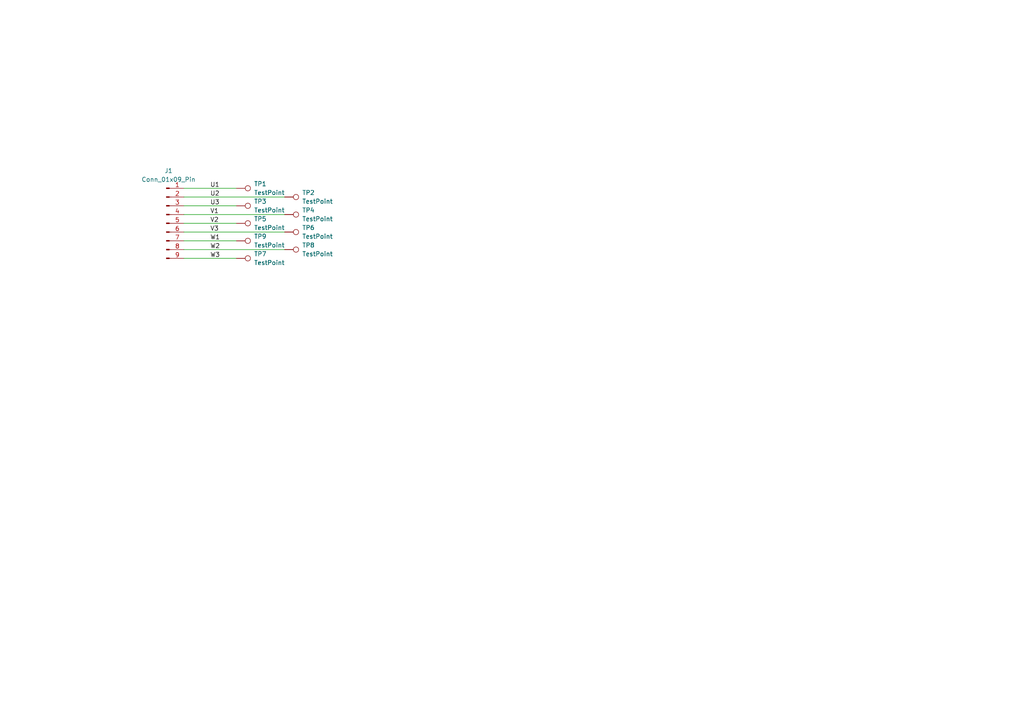
<source format=kicad_sch>
(kicad_sch (version 20230121) (generator eeschema)
  (paper "A4")
  (lib_symbols
    (symbol "Connector:Conn_01x09_Pin" (pin_names (offset 1.016) hide)
      (property "Reference" "J" (at 0 12.7 0))
      (property "Value" "Conn_01x09_Pin" (at 0 -12.7 0))
      (symbol "Conn_01x09_Pin_1_1"
        (polyline (pts (xy 1.27 -10.16) (xy 0.8636 -10.16)) (stroke (width 0.1524)))
        (polyline (pts (xy 1.27 -7.62) (xy 0.8636 -7.62)) (stroke (width 0.1524)))
        (polyline (pts (xy 1.27 -5.08) (xy 0.8636 -5.08)) (stroke (width 0.1524)))
        (polyline (pts (xy 1.27 -2.54) (xy 0.8636 -2.54)) (stroke (width 0.1524)))
        (polyline (pts (xy 1.27 0) (xy 0.8636 0)) (stroke (width 0.1524)))
        (polyline (pts (xy 1.27 2.54) (xy 0.8636 2.54)) (stroke (width 0.1524)))
        (polyline (pts (xy 1.27 5.08) (xy 0.8636 5.08)) (stroke (width 0.1524)))
        (polyline (pts (xy 1.27 7.62) (xy 0.8636 7.62)) (stroke (width 0.1524)))
        (polyline (pts (xy 1.27 10.16) (xy 0.8636 10.16)) (stroke (width 0.1524)))
        (rectangle (start 0.8636 -10.033) (end 0 -10.287) (stroke (width 0.1524)) (fill (type outline)))
        (rectangle (start 0.8636 -7.493) (end 0 -7.747) (stroke (width 0.1524)) (fill (type outline)))
        (rectangle (start 0.8636 -4.953) (end 0 -5.207) (stroke (width 0.1524)) (fill (type outline)))
        (rectangle (start 0.8636 -2.413) (end 0 -2.667) (stroke (width 0.1524)) (fill (type outline)))
        (rectangle (start 0.8636 0.127) (end 0 -0.127) (stroke (width 0.1524)) (fill (type outline)))
        (rectangle (start 0.8636 2.667) (end 0 2.413) (stroke (width 0.1524)) (fill (type outline)))
        (rectangle (start 0.8636 5.207) (end 0 4.953) (stroke (width 0.1524)) (fill (type outline)))
        (rectangle (start 0.8636 7.747) (end 0 7.493) (stroke (width 0.1524)) (fill (type outline)))
        (rectangle (start 0.8636 10.287) (end 0 10.033) (stroke (width 0.1524)) (fill (type outline)))
        (pin passive line (at 5.08 10.16 180) (length 3.81) (name "Pin_1") (number "1"))
        (pin passive line (at 5.08 7.62 180) (length 3.81) (name "Pin_2") (number "2"))
        (pin passive line (at 5.08 5.08 180) (length 3.81) (name "Pin_3") (number "3"))
        (pin passive line (at 5.08 2.54 180) (length 3.81) (name "Pin_4") (number "4"))
        (pin passive line (at 5.08 0 180) (length 3.81) (name "Pin_5") (number "5"))
        (pin passive line (at 5.08 -2.54 180) (length 3.81) (name "Pin_6") (number "6"))
        (pin passive line (at 5.08 -5.08 180) (length 3.81) (name "Pin_7") (number "7"))
        (pin passive line (at 5.08 -7.62 180) (length 3.81) (name "Pin_8") (number "8"))
        (pin passive line (at 5.08 -10.16 180) (length 3.81) (name "Pin_9") (number "9"))
      )
    )
    (symbol "Connector:TestPoint" (pin_numbers hide) (pin_names (offset 0.762) hide)
      (property "Reference" "TP" (at 0 6.858 0))
      (property "Value" "TestPoint" (at 0 5.08 0))
      (symbol "TestPoint_0_1"
        (circle (center 0 3.302) (radius 0.762))
      )
      (symbol "TestPoint_1_1"
        (pin passive line (at 0 0 90) (length 2.54) (name "1") (number "1"))
      )
    )
  )
  (wire (pts (xy 53.34 54.61) (xy 68.58 54.61)))
  (wire (pts (xy 53.34 59.69) (xy 68.58 59.69)))
  (wire (pts (xy 53.34 62.23) (xy 82.55 62.23)))
  (wire (pts (xy 53.34 74.93) (xy 68.58 74.93)))
  (wire (pts (xy 53.34 69.85) (xy 68.58 69.85)))
  (wire (pts (xy 53.34 72.39) (xy 82.55 72.39)))
  (wire (pts (xy 53.34 67.31) (xy 82.55 67.31)))
  (wire (pts (xy 53.34 64.77) (xy 68.58 64.77)))
  (wire (pts (xy 53.34 57.15) (xy 82.55 57.15)))
  (label "V2" (at 60.96 64.77 0))
  (label "V1" (at 60.96 62.23 0))
  (label "U2" (at 60.96 57.15 0))
  (label "W1" (at 60.96 69.85 0))
  (label "U3" (at 60.96 59.69 0))
  (label "W2" (at 60.96 72.39 0))
  (label "U1" (at 60.96 54.61 0))
  (label "W3" (at 60.96 74.93 0))
  (label "V3" (at 60.96 67.31 0))
  (symbol (lib_id "Connector:TestPoint") (at 82.55 72.39 270) (unit 1)
    (property "Reference" "TP8" (at 87.63 71.12 90) (effects (justify left)))
    (property "Value" "TestPoint" (at 87.63 73.66 90) (effects (justify left)))
    (property "Footprint" "TestPoint:TestPoint_Loop_D1.80mm_Drill1.0mm_Beaded" (effects hide))
  )
  (symbol (lib_id "Connector:TestPoint") (at 68.58 74.93 270) (unit 1)
    (property "Reference" "TP7" (at 73.66 73.66 90) (effects (justify left)))
    (property "Value" "TestPoint" (at 73.66 76.2 90) (effects (justify left)))
    (property "Footprint" "TestPoint:TestPoint_Loop_D1.80mm_Drill1.0mm_Beaded" (effects hide))
  )
  (symbol (lib_id "Connector:TestPoint") (at 68.58 59.69 270) (unit 1)
    (property "Reference" "TP3" (at 73.66 58.42 90) (effects (justify left)))
    (property "Value" "TestPoint" (at 73.66 60.96 90) (effects (justify left)))
    (property "Footprint" "TestPoint:TestPoint_Loop_D1.80mm_Drill1.0mm_Beaded" (effects hide))
  )
  (symbol (lib_id "Connector:TestPoint") (at 68.58 54.61 270) (unit 1)
    (property "Reference" "TP1" (at 73.66 53.34 90) (effects (justify left)))
    (property "Value" "TestPoint" (at 73.66 55.88 90) (effects (justify left)))
    (property "Footprint" "TestPoint:TestPoint_Loop_D1.80mm_Drill1.0mm_Beaded" (effects hide))
  )
  (symbol (lib_id "Connector:TestPoint") (at 68.58 69.85 270) (unit 1)
    (property "Reference" "TP9" (at 73.66 68.58 90) (effects (justify left)))
    (property "Value" "TestPoint" (at 73.66 71.12 90) (effects (justify left)))
    (property "Footprint" "TestPoint:TestPoint_Loop_D1.80mm_Drill1.0mm_Beaded" (effects hide))
  )
  (symbol (lib_id "Connector:Conn_01x09_Pin") (at 48.26 64.77 0) (unit 1)
    (property "Reference" "J1" (at 48.895 49.53 0))
    (property "Value" "Conn_01x09_Pin" (at 48.895 52.07 0))
    (property "Footprint" "Connector_Phoenix_MC_HighVoltage:PhoenixContact_MC_1,5_9-G-5.08_1x09_P5.08mm_Horizontal" (effects hide))
  )
  (symbol (lib_id "Connector:TestPoint") (at 82.55 62.23 270) (unit 1)
    (property "Reference" "TP4" (at 87.63 60.96 90) (effects (justify left)))
    (property "Value" "TestPoint" (at 87.63 63.5 90) (effects (justify left)))
    (property "Footprint" "TestPoint:TestPoint_Loop_D1.80mm_Drill1.0mm_Beaded" (effects hide))
  )
  (symbol (lib_id "Connector:TestPoint") (at 82.55 57.15 270) (unit 1)
    (property "Reference" "TP2" (at 87.63 55.88 90) (effects (justify left)))
    (property "Value" "TestPoint" (at 87.63 58.42 90) (effects (justify left)))
    (property "Footprint" "TestPoint:TestPoint_Loop_D1.80mm_Drill1.0mm_Beaded" (effects hide))
  )
  (symbol (lib_id "Connector:TestPoint") (at 68.58 64.77 270) (unit 1)
    (property "Reference" "TP5" (at 73.66 63.5 90) (effects (justify left)))
    (property "Value" "TestPoint" (at 73.66 66.04 90) (effects (justify left)))
    (property "Footprint" "TestPoint:TestPoint_Loop_D1.80mm_Drill1.0mm_Beaded" (effects hide))
  )
  (symbol (lib_id "Connector:TestPoint") (at 82.55 67.31 270) (unit 1)
    (property "Reference" "TP6" (at 87.63 66.04 90) (effects (justify left)))
    (property "Value" "TestPoint" (at 87.63 68.58 90) (effects (justify left)))
    (property "Footprint" "TestPoint:TestPoint_Loop_D1.80mm_Drill1.0mm_Beaded" (effects hide))
  )
)
</source>
